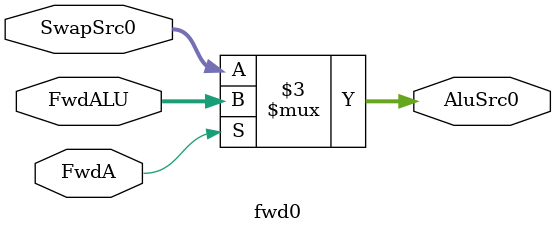
<source format=v>
module fwd0(
    input [15:0] SwapSrc0, FwdALU,
    input FwdA,
    output reg [15:0] AluSrc0
);

always@(*) begin
    if (FwdA) begin
        AluSrc0 = FwdALU;
    end
    else begin
        AluSrc0 = SwapSrc0;
    end
end

endmodule

</source>
